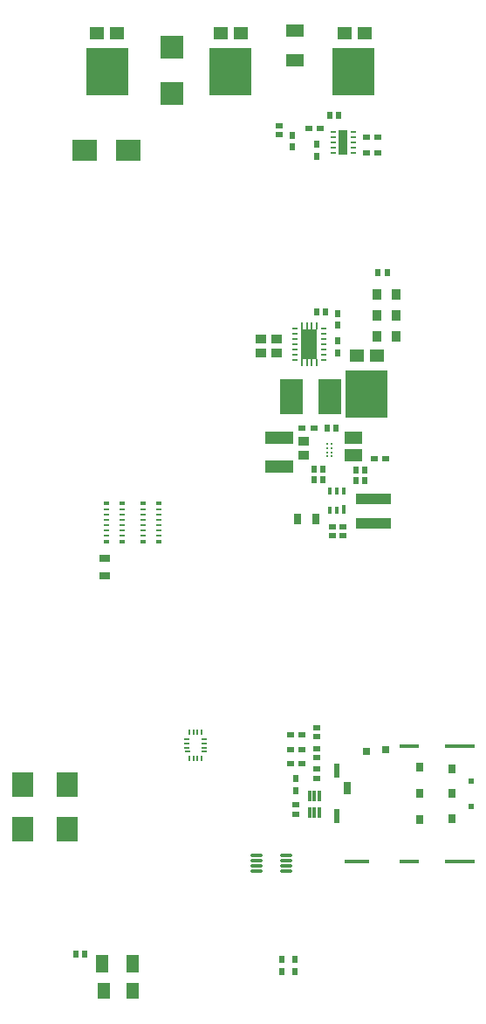
<source format=gbr>
G04*
G04 #@! TF.GenerationSoftware,Altium Limited,Altium Designer,22.4.2 (48)*
G04*
G04 Layer_Color=128*
%FSLAX25Y25*%
%MOIN*%
G70*
G04*
G04 #@! TF.SameCoordinates,F1429C7B-AB02-4E32-93F6-432C4BA2DB55*
G04*
G04*
G04 #@! TF.FilePolarity,Positive*
G04*
G01*
G75*
%ADD66R,0.03937X0.03543*%
%ADD67R,0.09055X0.09055*%
%ADD68R,0.01968X0.00984*%
%ADD69R,0.03307X0.09449*%
%ADD70R,0.08661X0.13780*%
%ADD71C,0.00965*%
%ADD72R,0.16339X0.18307*%
%ADD73R,0.05709X0.04528*%
%ADD74O,0.02362X0.00945*%
%ADD75R,0.06221X0.11221*%
%ADD76R,0.00787X0.03051*%
%ADD77R,0.01181X0.03898*%
G04:AMPARAMS|DCode=78|XSize=44.09mil|YSize=10.63mil|CornerRadius=1.33mil|HoleSize=0mil|Usage=FLASHONLY|Rotation=0.000|XOffset=0mil|YOffset=0mil|HoleType=Round|Shape=RoundedRectangle|*
%AMROUNDEDRECTD78*
21,1,0.04409,0.00797,0,0,0.0*
21,1,0.04144,0.01063,0,0,0.0*
1,1,0.00266,0.02072,-0.00399*
1,1,0.00266,-0.02072,-0.00399*
1,1,0.00266,-0.02072,0.00399*
1,1,0.00266,0.02072,0.00399*
%
%ADD78ROUNDEDRECTD78*%
%ADD79R,0.01968X0.01673*%
%ADD80R,0.01968X0.00984*%
%ADD81R,0.04724X0.06496*%
G04:AMPARAMS|DCode=82|XSize=18.23mil|YSize=8.66mil|CornerRadius=1.08mil|HoleSize=0mil|Usage=FLASHONLY|Rotation=0.000|XOffset=0mil|YOffset=0mil|HoleType=Round|Shape=RoundedRectangle|*
%AMROUNDEDRECTD82*
21,1,0.01823,0.00650,0,0,0.0*
21,1,0.01606,0.00866,0,0,0.0*
1,1,0.00217,0.00803,-0.00325*
1,1,0.00217,-0.00803,-0.00325*
1,1,0.00217,-0.00803,0.00325*
1,1,0.00217,0.00803,0.00325*
%
%ADD82ROUNDEDRECTD82*%
G04:AMPARAMS|DCode=83|XSize=22.13mil|YSize=8.86mil|CornerRadius=1.11mil|HoleSize=0mil|Usage=FLASHONLY|Rotation=0.000|XOffset=0mil|YOffset=0mil|HoleType=Round|Shape=RoundedRectangle|*
%AMROUNDEDRECTD83*
21,1,0.02213,0.00664,0,0,0.0*
21,1,0.01991,0.00886,0,0,0.0*
1,1,0.00222,0.00996,-0.00332*
1,1,0.00222,-0.00996,-0.00332*
1,1,0.00222,-0.00996,0.00332*
1,1,0.00222,0.00996,0.00332*
%
%ADD83ROUNDEDRECTD83*%
G04:AMPARAMS|DCode=84|XSize=18.23mil|YSize=8.66mil|CornerRadius=1.08mil|HoleSize=0mil|Usage=FLASHONLY|Rotation=270.000|XOffset=0mil|YOffset=0mil|HoleType=Round|Shape=RoundedRectangle|*
%AMROUNDEDRECTD84*
21,1,0.01823,0.00650,0,0,270.0*
21,1,0.01606,0.00866,0,0,270.0*
1,1,0.00217,-0.00325,-0.00803*
1,1,0.00217,-0.00325,0.00803*
1,1,0.00217,0.00325,0.00803*
1,1,0.00217,0.00325,-0.00803*
%
%ADD84ROUNDEDRECTD84*%
%ADD85R,0.01378X0.03543*%
%ADD86R,0.01378X0.03150*%
%ADD87R,0.11417X0.01772*%
%ADD88R,0.02756X0.03543*%
%ADD89R,0.02362X0.02362*%
%ADD90R,0.07480X0.01772*%
%ADD91R,0.09449X0.01772*%
%ADD92R,0.01968X0.05512*%
%ADD93R,0.02559X0.04724*%
%ADD94R,0.02756X0.02953*%
%ADD95R,0.02756X0.02756*%
%ADD96R,0.13386X0.03858*%
%ADD97R,0.03937X0.02756*%
%ADD98R,0.08465X0.09646*%
%ADD99R,0.03347X0.04331*%
%ADD100R,0.10630X0.05118*%
%ADD101R,0.05118X0.07087*%
%ADD102R,0.02362X0.02520*%
%ADD103R,0.07165X0.04724*%
%ADD104R,0.07087X0.05118*%
%ADD105R,0.02520X0.02362*%
%ADD106R,0.09646X0.08465*%
%ADD107R,0.02756X0.03937*%
%ADD108R,0.02362X0.02953*%
%ADD109R,0.02953X0.02362*%
D66*
X128000Y217158D02*
D03*
Y211842D02*
D03*
X117500Y256157D02*
D03*
Y250842D02*
D03*
X111500Y256157D02*
D03*
Y250842D02*
D03*
D67*
X77500Y367358D02*
D03*
Y349642D02*
D03*
D68*
X139260Y334937D02*
D03*
X146740D02*
D03*
X139260Y332968D02*
D03*
X146740D02*
D03*
X139260Y331000D02*
D03*
X146740D02*
D03*
X139260Y329031D02*
D03*
X146740D02*
D03*
X139260Y327063D02*
D03*
X146740D02*
D03*
D69*
X143000Y331000D02*
D03*
D70*
X137784Y234000D02*
D03*
X123216D02*
D03*
D71*
X138500Y216000D02*
D03*
Y214425D02*
D03*
Y212850D02*
D03*
Y211276D02*
D03*
X136925Y216000D02*
D03*
Y214425D02*
D03*
Y212850D02*
D03*
Y211276D02*
D03*
D72*
X146744Y358000D02*
D03*
X152000Y235063D02*
D03*
X52756Y358000D02*
D03*
X100000D02*
D03*
D73*
X151122Y372764D02*
D03*
X143366D02*
D03*
X155878Y249827D02*
D03*
X148122D02*
D03*
X56634Y372764D02*
D03*
X48878D02*
D03*
X96122D02*
D03*
X103878D02*
D03*
D74*
X135512Y259906D02*
D03*
Y257937D02*
D03*
Y255968D02*
D03*
Y254000D02*
D03*
Y252031D02*
D03*
Y250063D02*
D03*
Y248095D02*
D03*
X124488D02*
D03*
Y250063D02*
D03*
Y252031D02*
D03*
Y254000D02*
D03*
Y255968D02*
D03*
Y257937D02*
D03*
Y259906D02*
D03*
D75*
X130000Y254000D02*
D03*
D76*
X127284Y246913D02*
D03*
X129095D02*
D03*
X130905D02*
D03*
X132717D02*
D03*
Y261087D02*
D03*
X130905D02*
D03*
X129095D02*
D03*
X127284D02*
D03*
D77*
X133968Y81669D02*
D03*
X130032D02*
D03*
X132000D02*
D03*
X133968Y75331D02*
D03*
X132000D02*
D03*
X130032D02*
D03*
D78*
X121031Y53047D02*
D03*
Y55016D02*
D03*
Y56984D02*
D03*
Y58953D02*
D03*
X109968D02*
D03*
Y56984D02*
D03*
Y55016D02*
D03*
Y53047D02*
D03*
D79*
X66547Y178766D02*
D03*
Y193234D02*
D03*
X72453D02*
D03*
Y178766D02*
D03*
X52547D02*
D03*
Y193234D02*
D03*
X58453D02*
D03*
Y178766D02*
D03*
D80*
X66547Y181079D02*
D03*
Y188953D02*
D03*
Y183047D02*
D03*
Y185016D02*
D03*
Y186984D02*
D03*
Y190921D02*
D03*
X72453D02*
D03*
Y186984D02*
D03*
Y185016D02*
D03*
Y183047D02*
D03*
Y188953D02*
D03*
Y181079D02*
D03*
X52547D02*
D03*
Y188953D02*
D03*
Y183047D02*
D03*
Y185016D02*
D03*
Y186984D02*
D03*
Y190921D02*
D03*
X58453D02*
D03*
Y186984D02*
D03*
Y185016D02*
D03*
Y183047D02*
D03*
Y188953D02*
D03*
Y181079D02*
D03*
D81*
X51488Y7283D02*
D03*
X62512D02*
D03*
D82*
X89827Y98638D02*
D03*
Y100213D02*
D03*
Y101787D02*
D03*
Y103362D02*
D03*
X83173D02*
D03*
Y101787D02*
D03*
Y100213D02*
D03*
D83*
X83370Y98638D02*
D03*
D84*
X84138Y96098D02*
D03*
X85713D02*
D03*
X87287D02*
D03*
X88862D02*
D03*
Y105902D02*
D03*
X87287D02*
D03*
X85713D02*
D03*
X84138D02*
D03*
D85*
X143059Y190992D02*
D03*
D86*
X140500Y190795D02*
D03*
X137941D02*
D03*
Y198000D02*
D03*
X140500D02*
D03*
X143059D02*
D03*
D87*
X187402Y56693D02*
D03*
Y100689D02*
D03*
D88*
X184646Y72992D02*
D03*
X172165Y72598D02*
D03*
Y82598D02*
D03*
X184646D02*
D03*
Y92205D02*
D03*
X172165Y92598D02*
D03*
D89*
X191929Y77795D02*
D03*
Y87402D02*
D03*
D90*
X168307Y56693D02*
D03*
Y100689D02*
D03*
D91*
X148031Y56693D02*
D03*
D92*
X140354Y73937D02*
D03*
Y91260D02*
D03*
D93*
X144587Y84764D02*
D03*
D94*
X151969Y98721D02*
D03*
D95*
X159055Y99410D02*
D03*
D96*
X154500Y195165D02*
D03*
Y185835D02*
D03*
D97*
X52000Y172346D02*
D03*
Y165654D02*
D03*
D98*
X37500Y85965D02*
D03*
Y69035D02*
D03*
X20500D02*
D03*
Y85965D02*
D03*
D99*
X163142Y257000D02*
D03*
X155858D02*
D03*
X163142Y265000D02*
D03*
X155858D02*
D03*
X163142Y273000D02*
D03*
X155858D02*
D03*
D100*
X118500Y218512D02*
D03*
Y207488D02*
D03*
D101*
X50984Y17857D02*
D03*
X62402D02*
D03*
D102*
X159732Y281500D02*
D03*
X156268D02*
D03*
X141232Y341500D02*
D03*
X137768D02*
D03*
X44232Y21500D02*
D03*
X40768D02*
D03*
X151232Y202000D02*
D03*
X147768D02*
D03*
Y206000D02*
D03*
X151232D02*
D03*
X132768Y266500D02*
D03*
X136232D02*
D03*
X140232Y222000D02*
D03*
X136768D02*
D03*
X135232Y206500D02*
D03*
X131768D02*
D03*
X131768Y202500D02*
D03*
X135232D02*
D03*
D103*
X147000Y211614D02*
D03*
Y218386D02*
D03*
D104*
X124500Y362291D02*
D03*
Y373709D02*
D03*
D105*
X125000Y78232D02*
D03*
Y74768D02*
D03*
X133000Y99732D02*
D03*
Y96268D02*
D03*
Y104268D02*
D03*
Y107732D02*
D03*
Y92000D02*
D03*
Y88535D02*
D03*
X118504Y334095D02*
D03*
Y337559D02*
D03*
X143000Y181000D02*
D03*
Y184465D02*
D03*
X139000D02*
D03*
Y181000D02*
D03*
D106*
X44035Y328000D02*
D03*
X60965D02*
D03*
D107*
X125654Y187500D02*
D03*
X132346D02*
D03*
D108*
X133000Y330264D02*
D03*
Y325736D02*
D03*
X125000Y83736D02*
D03*
Y88264D02*
D03*
X123622Y333760D02*
D03*
Y329232D02*
D03*
X119500Y14736D02*
D03*
Y19264D02*
D03*
X124500Y14736D02*
D03*
Y19264D02*
D03*
X141000Y255264D02*
D03*
Y250736D02*
D03*
Y261236D02*
D03*
Y265764D02*
D03*
D109*
X134264Y336500D02*
D03*
X129736D02*
D03*
X156264Y333000D02*
D03*
X151736D02*
D03*
Y327000D02*
D03*
X156264D02*
D03*
X122736Y99500D02*
D03*
X127264D02*
D03*
X122736Y105000D02*
D03*
X127264D02*
D03*
X122736Y94000D02*
D03*
X127264D02*
D03*
X131764Y222000D02*
D03*
X127236D02*
D03*
X159264Y210500D02*
D03*
X154736D02*
D03*
M02*

</source>
